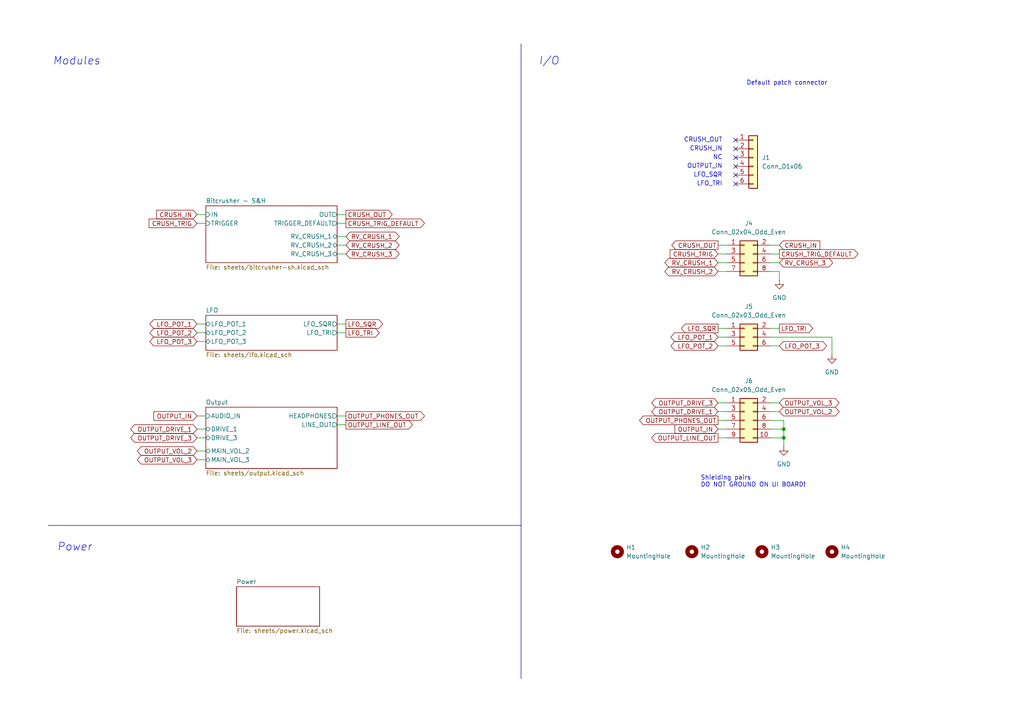
<source format=kicad_sch>
(kicad_sch (version 20250114) (generator "eeschema") (generator_version "9.0")
  (paper "A4")
  (title_block (title "Utils / Output") (date "2025-10-24") (rev "v0.2") (company "Shmøergh"))
  (lib_symbols
    (symbol "Connector_Generic:Conn_01x06" (pin_names (offset 1.016) (hide yes))
      (property "Reference" "J" (at 0 7.62 0))
      (property "Value" "Conn_01x06" (at 0 -10.16 0))
      (symbol "Conn_01x06_1_1"
        (rectangle (start -1.27 6.35) (end 1.27 -8.89) (stroke (width 0.254)) (fill (type background)))
        (rectangle (start -1.27 5.207) (end 0 4.953) (stroke (width 0.1524)))
        (rectangle (start -1.27 2.667) (end 0 2.413) (stroke (width 0.1524)))
        (rectangle (start -1.27 0.127) (end 0 -0.127) (stroke (width 0.1524)))
        (rectangle (start -1.27 -2.413) (end 0 -2.667) (stroke (width 0.1524)))
        (rectangle (start -1.27 -4.953) (end 0 -5.207) (stroke (width 0.1524)))
        (rectangle (start -1.27 -7.493) (end 0 -7.747) (stroke (width 0.1524)))
        (pin passive line (at -5.08 5.08 0) (length 3.81) (name "Pin_1") (number "1"))
        (pin passive line (at -5.08 2.54 0) (length 3.81) (name "Pin_2") (number "2"))
        (pin passive line (at -5.08 0 0) (length 3.81) (name "Pin_3") (number "3"))
        (pin passive line (at -5.08 -2.54 0) (length 3.81) (name "Pin_4") (number "4"))
        (pin passive line (at -5.08 -5.08 0) (length 3.81) (name "Pin_5") (number "5"))
        (pin passive line (at -5.08 -7.62 0) (length 3.81) (name "Pin_6") (number "6"))
      )
    )
    (symbol "Connector_Generic:Conn_02x03_Odd_Even" (pin_names (offset 1.016) (hide yes))
      (property "Reference" "J" (at 1.27 5.08 0))
      (property "Value" "Conn_02x03_Odd_Even" (at 1.27 -5.08 0))
      (symbol "Conn_02x03_Odd_Even_1_1"
        (rectangle (start -1.27 3.81) (end 3.81 -3.81) (stroke (width 0.254)) (fill (type background)))
        (rectangle (start -1.27 2.667) (end 0 2.413) (stroke (width 0.1524)))
        (rectangle (start -1.27 0.127) (end 0 -0.127) (stroke (width 0.1524)))
        (rectangle (start -1.27 -2.413) (end 0 -2.667) (stroke (width 0.1524)))
        (rectangle (start 3.81 2.667) (end 2.54 2.413) (stroke (width 0.1524)))
        (rectangle (start 3.81 0.127) (end 2.54 -0.127) (stroke (width 0.1524)))
        (rectangle (start 3.81 -2.413) (end 2.54 -2.667) (stroke (width 0.1524)))
        (pin passive line (at -5.08 2.54 0) (length 3.81) (name "Pin_1") (number "1"))
        (pin passive line (at -5.08 0 0) (length 3.81) (name "Pin_3") (number "3"))
        (pin passive line (at -5.08 -2.54 0) (length 3.81) (name "Pin_5") (number "5"))
        (pin passive line (at 7.62 2.54 180) (length 3.81) (name "Pin_2") (number "2"))
        (pin passive line (at 7.62 0 180) (length 3.81) (name "Pin_4") (number "4"))
        (pin passive line (at 7.62 -2.54 180) (length 3.81) (name "Pin_6") (number "6"))
      )
    )
    (symbol "Connector_Generic:Conn_02x04_Odd_Even" (pin_names (offset 1.016) (hide yes))
      (property "Reference" "J" (at 1.27 5.08 0))
      (property "Value" "Conn_02x04_Odd_Even" (at 1.27 -7.62 0))
      (symbol "Conn_02x04_Odd_Even_1_1"
        (rectangle (start -1.27 3.81) (end 3.81 -6.35) (stroke (width 0.254)) (fill (type background)))
        (rectangle (start -1.27 2.667) (end 0 2.413) (stroke (width 0.1524)))
        (rectangle (start -1.27 0.127) (end 0 -0.127) (stroke (width 0.1524)))
        (rectangle (start -1.27 -2.413) (end 0 -2.667) (stroke (width 0.1524)))
        (rectangle (start -1.27 -4.953) (end 0 -5.207) (stroke (width 0.1524)))
        (rectangle (start 3.81 2.667) (end 2.54 2.413) (stroke (width 0.1524)))
        (rectangle (start 3.81 0.127) (end 2.54 -0.127) (stroke (width 0.1524)))
        (rectangle (start 3.81 -2.413) (end 2.54 -2.667) (stroke (width 0.1524)))
        (rectangle (start 3.81 -4.953) (end 2.54 -5.207) (stroke (width 0.1524)))
        (pin passive line (at -5.08 2.54 0) (length 3.81) (name "Pin_1") (number "1"))
        (pin passive line (at -5.08 0 0) (length 3.81) (name "Pin_3") (number "3"))
        (pin passive line (at -5.08 -2.54 0) (length 3.81) (name "Pin_5") (number "5"))
        (pin passive line (at -5.08 -5.08 0) (length 3.81) (name "Pin_7") (number "7"))
        (pin passive line (at 7.62 2.54 180) (length 3.81) (name "Pin_2") (number "2"))
        (pin passive line (at 7.62 0 180) (length 3.81) (name "Pin_4") (number "4"))
        (pin passive line (at 7.62 -2.54 180) (length 3.81) (name "Pin_6") (number "6"))
        (pin passive line (at 7.62 -5.08 180) (length 3.81) (name "Pin_8") (number "8"))
      )
    )
    (symbol "Connector_Generic:Conn_02x05_Odd_Even" (pin_names (offset 1.016) (hide yes))
      (property "Reference" "J" (at 1.27 7.62 0))
      (property "Value" "Conn_02x05_Odd_Even" (at 1.27 -7.62 0))
      (symbol "Conn_02x05_Odd_Even_1_1"
        (rectangle (start -1.27 6.35) (end 3.81 -6.35) (stroke (width 0.254)) (fill (type background)))
        (rectangle (start -1.27 5.207) (end 0 4.953) (stroke (width 0.1524)))
        (rectangle (start -1.27 2.667) (end 0 2.413) (stroke (width 0.1524)))
        (rectangle (start -1.27 0.127) (end 0 -0.127) (stroke (width 0.1524)))
        (rectangle (start -1.27 -2.413) (end 0 -2.667) (stroke (width 0.1524)))
        (rectangle (start -1.27 -4.953) (end 0 -5.207) (stroke (width 0.1524)))
        (rectangle (start 3.81 5.207) (end 2.54 4.953) (stroke (width 0.1524)))
        (rectangle (start 3.81 2.667) (end 2.54 2.413) (stroke (width 0.1524)))
        (rectangle (start 3.81 0.127) (end 2.54 -0.127) (stroke (width 0.1524)))
        (rectangle (start 3.81 -2.413) (end 2.54 -2.667) (stroke (width 0.1524)))
        (rectangle (start 3.81 -4.953) (end 2.54 -5.207) (stroke (width 0.1524)))
        (pin passive line (at -5.08 5.08 0) (length 3.81) (name "Pin_1") (number "1"))
        (pin passive line (at -5.08 2.54 0) (length 3.81) (name "Pin_3") (number "3"))
        (pin passive line (at -5.08 0 0) (length 3.81) (name "Pin_5") (number "5"))
        (pin passive line (at -5.08 -2.54 0) (length 3.81) (name "Pin_7") (number "7"))
        (pin passive line (at -5.08 -5.08 0) (length 3.81) (name "Pin_9") (number "9"))
        (pin passive line (at 7.62 5.08 180) (length 3.81) (name "Pin_2") (number "2"))
        (pin passive line (at 7.62 2.54 180) (length 3.81) (name "Pin_4") (number "4"))
        (pin passive line (at 7.62 0 180) (length 3.81) (name "Pin_6") (number "6"))
        (pin passive line (at 7.62 -2.54 180) (length 3.81) (name "Pin_8") (number "8"))
        (pin passive line (at 7.62 -5.08 180) (length 3.81) (name "Pin_10") (number "10"))
      )
    )
    (symbol "Mechanical:MountingHole" (pin_names (offset 1.016)) (in_bom no)
      (property "Reference" "H" (at 0 5.08 0))
      (property "Value" "MountingHole" (at 0 3.175 0))
      (symbol "MountingHole_0_1"
        (circle (center 0 0) (radius 1.27) (stroke (width 1.27)))
      )
    )
    (symbol "power:GND" (power) (pin_numbers (hide yes)) (pin_names (offset 0) (hide yes))
      (property "Value" "GND" (at 0 -3.81 0))
      (symbol "GND_0_1"
        (polyline (pts (xy 0 0) (xy 0 -1.27) (xy 1.27 -1.27) (xy 0 -2.54) (xy -1.27 -1.27) (xy 0 -1.27)))
      )
      (symbol "GND_1_1"
        (pin power_in line (at 0 0 270) (length 0) (name "~") (number "1"))
      )
    )
  )
  (text "Power" (at 16.51 158.75 0) (effects (font (size 2.27 2.27) (italic yes)) (justify left)))
  (text "NC" (at 209.55 45.72 0) (effects (font (size 1.27 1.27)) (justify right)))
  (text "LFO_TRI" (at 209.55 53.34 0) (effects (font (size 1.27 1.27)) (justify right)))
  (text "CRUSH_OUT" (at 209.55 40.64 0) (effects (font (size 1.27 1.27)) (justify right)))
  (text "Shielding pairs\nDO NOT GROUND ON UI BOARD!" (at 203.2 139.7 0) (effects (font (size 1.27 1.27)) (justify left)))
  (text "Default patch connector" (at 240.03 24.13 0) (effects (font (size 1.27 1.27)) (justify right)))
  (text "LFO_SQR" (at 209.55 50.8 0) (effects (font (size 1.27 1.27)) (justify right)))
  (text "Modules" (at 15.24 17.78 0) (effects (font (size 2.27 2.27) (italic yes)) (justify left)))
  (text "CRUSH_IN" (at 209.55 43.18 0) (effects (font (size 1.27 1.27)) (justify right)))
  (text "I/O" (at 156.21 17.78 0) (effects (font (size 2.27 2.27) (italic yes)) (justify left)))
  (text "OUTPUT_IN" (at 209.55 48.26 0) (effects (font (size 1.27 1.27)) (justify right)))
  (junction (at 227.33 124.46))
  (junction (at 227.33 127))
  (no_connect (at 213.36 48.26))
  (no_connect (at 213.36 53.34))
  (no_connect (at 213.36 40.64))
  (no_connect (at 213.36 43.18))
  (no_connect (at 213.36 50.8))
  (no_connect (at 213.36 45.72))
  (wire (pts (xy 57.15 127) (xy 59.69 127)))
  (wire (pts (xy 100.33 120.65) (xy 97.79 120.65)))
  (wire (pts (xy 208.28 119.38) (xy 210.82 119.38)))
  (wire (pts (xy 223.52 73.66) (xy 226.06 73.66)))
  (wire (pts (xy 208.28 73.66) (xy 210.82 73.66)))
  (wire (pts (xy 97.79 71.12) (xy 100.33 71.12)))
  (wire (pts (xy 223.52 121.92) (xy 227.33 121.92)))
  (wire (pts (xy 57.15 99.06) (xy 59.69 99.06)))
  (wire (pts (xy 241.3 97.79) (xy 241.3 102.87)))
  (wire (pts (xy 208.28 71.12) (xy 210.82 71.12)))
  (wire (pts (xy 57.15 130.81) (xy 59.69 130.81)))
  (wire (pts (xy 100.33 62.23) (xy 97.79 62.23)))
  (wire (pts (xy 223.52 124.46) (xy 227.33 124.46)))
  (wire (pts (xy 208.28 97.79) (xy 210.82 97.79)))
  (wire (pts (xy 223.52 76.2) (xy 226.06 76.2)))
  (wire (pts (xy 226.06 81.28) (xy 226.06 78.74)))
  (wire (pts (xy 226.06 71.12) (xy 223.52 71.12)))
  (wire (pts (xy 57.15 124.46) (xy 59.69 124.46)))
  (wire (pts (xy 208.28 121.92) (xy 210.82 121.92)))
  (wire (pts (xy 226.06 95.25) (xy 223.52 95.25)))
  (wire (pts (xy 208.28 116.84) (xy 210.82 116.84)))
  (wire (pts (xy 57.15 64.77) (xy 59.69 64.77)))
  (wire (pts (xy 226.06 100.33) (xy 223.52 100.33)))
  (wire (pts (xy 208.28 95.25) (xy 210.82 95.25)))
  (wire (pts (xy 57.15 62.23) (xy 59.69 62.23)))
  (wire (pts (xy 208.28 124.46) (xy 210.82 124.46)))
  (wire (pts (xy 97.79 93.98) (xy 100.33 93.98)))
  (wire (pts (xy 226.06 116.84) (xy 223.52 116.84)))
  (wire (pts (xy 97.79 96.52) (xy 100.33 96.52)))
  (wire (pts (xy 100.33 68.58) (xy 97.79 68.58)))
  (polyline (pts (xy 151.13 12.7) (xy 151.13 196.85)))
  (wire (pts (xy 57.15 93.98) (xy 59.69 93.98)))
  (wire (pts (xy 226.06 78.74) (xy 223.52 78.74)))
  (wire (pts (xy 208.28 100.33) (xy 210.82 100.33)))
  (wire (pts (xy 226.06 119.38) (xy 223.52 119.38)))
  (wire (pts (xy 100.33 123.19) (xy 97.79 123.19)))
  (wire (pts (xy 227.33 121.92) (xy 227.33 124.46)))
  (wire (pts (xy 208.28 76.2) (xy 210.82 76.2)))
  (wire (pts (xy 223.52 127) (xy 227.33 127)))
  (wire (pts (xy 97.79 64.77) (xy 100.33 64.77)))
  (wire (pts (xy 210.82 78.74) (xy 208.28 78.74)))
  (wire (pts (xy 97.79 73.66) (xy 100.33 73.66)))
  (wire (pts (xy 227.33 124.46) (xy 227.33 127)))
  (wire (pts (xy 208.28 127) (xy 210.82 127)))
  (polyline (pts (xy 13.97 152.4) (xy 151.13 152.4)))
  (wire (pts (xy 223.52 97.79) (xy 241.3 97.79)))
  (wire (pts (xy 57.15 133.35) (xy 59.69 133.35)))
  (wire (pts (xy 57.15 96.52) (xy 59.69 96.52)))
  (wire (pts (xy 227.33 127) (xy 227.33 129.54)))
  (wire (pts (xy 57.15 120.65) (xy 59.69 120.65)))
  (global_label "OUTPUT_PHONES_OUT" (shape output) (at 100.33 120.65 0) (property "Intersheetrefs" "${INTERSHEET_REFS}" (effects (hide yes))))
  (global_label "RV_CRUSH_2" (shape bidirectional) (at 208.28 78.74 180) (property "Intersheetrefs" "${INTERSHEET_REFS}" (effects (hide yes))))
  (global_label "OUTPUT_PHONES_OUT" (shape output) (at 208.28 121.92 180) (property "Intersheetrefs" "${INTERSHEET_REFS}" (effects (hide yes))))
  (global_label "RV_CRUSH_3" (shape bidirectional) (at 100.33 73.66 0) (property "Intersheetrefs" "${INTERSHEET_REFS}" (effects (hide yes))))
  (global_label "LFO_POT_2" (shape bidirectional) (at 57.15 96.52 180) (property "Intersheetrefs" "${INTERSHEET_REFS}" (effects (hide yes))))
  (global_label "CRUSH_IN" (shape input) (at 57.15 62.23 180) (property "Intersheetrefs" "${INTERSHEET_REFS}" (effects (hide yes))))
  (global_label "RV_CRUSH_1" (shape bidirectional) (at 208.28 76.2 180) (property "Intersheetrefs" "${INTERSHEET_REFS}" (effects (hide yes))))
  (global_label "LFO_POT_2" (shape bidirectional) (at 208.28 100.33 180) (property "Intersheetrefs" "${INTERSHEET_REFS}" (effects (hide yes))))
  (global_label "CRUSH_IN" (shape input) (at 226.06 71.12 0) (property "Intersheetrefs" "${INTERSHEET_REFS}" (effects (hide yes))))
  (global_label "LFO_TRI" (shape output) (at 100.33 96.52 0) (property "Intersheetrefs" "${INTERSHEET_REFS}" (effects (hide yes))))
  (global_label "CRUSH_TRIG_DEFAULT" (shape output) (at 226.06 73.66 0) (property "Intersheetrefs" "${INTERSHEET_REFS}" (effects (hide yes))))
  (global_label "RV_CRUSH_3" (shape bidirectional) (at 226.06 76.2 0) (property "Intersheetrefs" "${INTERSHEET_REFS}" (effects (hide yes))))
  (global_label "LFO_SQR" (shape output) (at 208.28 95.25 180) (property "Intersheetrefs" "${INTERSHEET_REFS}" (effects (hide yes))))
  (global_label "OUTPUT_DRIVE_3" (shape bidirectional) (at 57.15 127 180) (property "Intersheetrefs" "${INTERSHEET_REFS}" (effects (hide yes))))
  (global_label "LFO_POT_1" (shape bidirectional) (at 208.28 97.79 180) (property "Intersheetrefs" "${INTERSHEET_REFS}" (effects (hide yes))))
  (global_label "OUTPUT_VOL_2" (shape bidirectional) (at 57.15 130.81 180) (property "Intersheetrefs" "${INTERSHEET_REFS}" (effects (hide yes))))
  (global_label "LFO_POT_1" (shape bidirectional) (at 57.15 93.98 180) (property "Intersheetrefs" "${INTERSHEET_REFS}" (effects (hide yes))))
  (global_label "OUTPUT_VOL_3" (shape bidirectional) (at 226.06 116.84 0) (property "Intersheetrefs" "${INTERSHEET_REFS}" (effects (hide yes))))
  (global_label "CRUSH_TRIG" (shape input) (at 208.28 73.66 180) (property "Intersheetrefs" "${INTERSHEET_REFS}" (effects (hide yes))))
  (global_label "OUTPUT_LINE_OUT" (shape output) (at 208.28 127 180) (property "Intersheetrefs" "${INTERSHEET_REFS}" (effects (hide yes))))
  (global_label "RV_CRUSH_1" (shape bidirectional) (at 100.33 68.58 0) (property "Intersheetrefs" "${INTERSHEET_REFS}" (effects (hide yes))))
  (global_label "OUTPUT_VOL_2" (shape bidirectional) (at 226.06 119.38 0) (property "Intersheetrefs" "${INTERSHEET_REFS}" (effects (hide yes))))
  (global_label "CRUSH_OUT" (shape output) (at 100.33 62.23 0) (property "Intersheetrefs" "${INTERSHEET_REFS}" (effects (hide yes))))
  (global_label "LFO_TRI" (shape output) (at 226.06 95.25 0) (property "Intersheetrefs" "${INTERSHEET_REFS}" (effects (hide yes))))
  (global_label "OUTPUT_IN" (shape input) (at 57.15 120.65 180) (property "Intersheetrefs" "${INTERSHEET_REFS}" (effects (hide yes))))
  (global_label "LFO_POT_3" (shape bidirectional) (at 57.15 99.06 180) (property "Intersheetrefs" "${INTERSHEET_REFS}" (effects (hide yes))))
  (global_label "CRUSH_OUT" (shape output) (at 208.28 71.12 180) (property "Intersheetrefs" "${INTERSHEET_REFS}" (effects (hide yes))))
  (global_label "LFO_POT_3" (shape bidirectional) (at 226.06 100.33 0) (property "Intersheetrefs" "${INTERSHEET_REFS}" (effects (hide yes))))
  (global_label "OUTPUT_LINE_OUT" (shape output) (at 100.33 123.19 0) (property "Intersheetrefs" "${INTERSHEET_REFS}" (effects (hide yes))))
  (global_label "OUTPUT_VOL_3" (shape bidirectional) (at 57.15 133.35 180) (property "Intersheetrefs" "${INTERSHEET_REFS}" (effects (hide yes))))
  (global_label "OUTPUT_DRIVE_1" (shape bidirectional) (at 208.28 119.38 180) (property "Intersheetrefs" "${INTERSHEET_REFS}" (effects (hide yes))))
  (global_label "RV_CRUSH_2" (shape bidirectional) (at 100.33 71.12 0) (property "Intersheetrefs" "${INTERSHEET_REFS}" (effects (hide yes))))
  (global_label "OUTPUT_IN" (shape input) (at 208.28 124.46 180) (property "Intersheetrefs" "${INTERSHEET_REFS}" (effects (hide yes))))
  (global_label "OUTPUT_DRIVE_3" (shape bidirectional) (at 208.28 116.84 180) (property "Intersheetrefs" "${INTERSHEET_REFS}" (effects (hide yes))))
  (global_label "OUTPUT_DRIVE_1" (shape bidirectional) (at 57.15 124.46 180) (property "Intersheetrefs" "${INTERSHEET_REFS}" (effects (hide yes))))
  (global_label "LFO_SQR" (shape output) (at 100.33 93.98 0) (property "Intersheetrefs" "${INTERSHEET_REFS}" (effects (hide yes))))
  (global_label "CRUSH_TRIG_DEFAULT" (shape output) (at 100.33 64.77 0) (property "Intersheetrefs" "${INTERSHEET_REFS}" (effects (hide yes))))
  (global_label "CRUSH_TRIG" (shape input) (at 57.15 64.77 180) (property "Intersheetrefs" "${INTERSHEET_REFS}" (effects (hide yes))))
  (symbol (lib_id "Connector_Generic:Conn_02x03_Odd_Even") (at 215.9 97.79 0) (unit 1)
    (property "Reference" "J5" (at 217.17 88.9 0))
    (property "Value" "Conn_02x03_Odd_Even" (at 217.17 91.44 0))
    (property "Footprint" "Connector_PinHeader_2.54mm:PinHeader_2x03_P2.54mm_Vertical" (effects (hide yes)))
    (property "Description" "Generic connector, double row, 02x03, odd/even pin numbering scheme (row 1 odd numbers, row 2 even numbers), script generated (kicad-library-utils/schlib/autogen/connector/)" (effects (hide yes)))
  )
  (symbol (lib_id "power:GND") (at 241.3 102.87 0) (unit 1)
    (property "Reference" "#PWR040" (effects (hide yes)))
    (property "Value" "GND" (at 241.3 107.95 0))
    (property "Description" "Power symbol creates a global label with name \"GND\" , ground" (effects (hide yes)))
  )
  (symbol (lib_id "Mechanical:MountingHole") (at 200.66 160.02 0) (unit 1) (in_bom no)
    (property "Reference" "H2" (at 203.2 158.7499 0) (effects (justify left)))
    (property "Value" "MountingHole" (at 203.2 161.2899 0) (effects (justify left)))
    (property "Footprint" "MountingHole:MountingHole_3.2mm_M3_DIN965_Pad" (effects (hide yes)))
    (property "Description" "Mounting Hole without connection" (effects (hide yes)))
    (property "Vendor" "-" (effects (hide yes)))
    (property "CHECKED" "YES" (effects (hide yes)))
  )
  (symbol (lib_id "Mechanical:MountingHole") (at 179.07 160.02 0) (unit 1) (in_bom no)
    (property "Reference" "H1" (at 181.61 158.7499 0) (effects (justify left)))
    (property "Value" "MountingHole" (at 181.61 161.2899 0) (effects (justify left)))
    (property "Footprint" "MountingHole:MountingHole_3.2mm_M3_DIN965_Pad" (effects (hide yes)))
    (property "Description" "Mounting Hole without connection" (effects (hide yes)))
    (property "Vendor" "-" (effects (hide yes)))
    (property "CHECKED" "YES" (effects (hide yes)))
  )
  (symbol (lib_id "Connector_Generic:Conn_01x06") (at 218.44 45.72 0) (unit 1)
    (property "Reference" "J1" (at 220.98 45.7199 0) (effects (justify left)))
    (property "Value" "Conn_01x06" (at 220.98 48.2599 0) (effects (justify left)))
    (property "Footprint" "Connector_PinHeader_2.54mm:PinHeader_1x06_P2.54mm_Vertical" (effects (hide yes)))
    (property "Description" "Generic connector, single row, 01x06, script generated (kicad-library-utils/schlib/autogen/connector/)" (effects (hide yes)))
  )
  (symbol (lib_id "Connector_Generic:Conn_02x05_Odd_Even") (at 215.9 121.92 0) (unit 1)
    (property "Reference" "J6" (at 217.17 110.49 0))
    (property "Value" "Conn_02x05_Odd_Even" (at 217.17 113.03 0))
    (property "Footprint" "Connector_PinHeader_2.54mm:PinHeader_2x05_P2.54mm_Vertical" (effects (hide yes)))
    (property "Description" "Generic connector, double row, 02x05, odd/even pin numbering scheme (row 1 odd numbers, row 2 even numbers), script generated (kicad-library-utils/schlib/autogen/connector/)" (effects (hide yes)))
    (property "CHECKED" "YES" (effects (hide yes)))
  )
  (symbol (lib_id "power:GND") (at 226.06 81.28 0) (unit 1)
    (property "Reference" "#PWR041" (effects (hide yes)))
    (property "Value" "GND" (at 226.06 86.36 0))
    (property "Description" "Power symbol creates a global label with name \"GND\" , ground" (effects (hide yes)))
  )
  (symbol (lib_id "Connector_Generic:Conn_02x04_Odd_Even") (at 215.9 73.66 0) (unit 1)
    (property "Reference" "J4" (at 217.17 64.77 0))
    (property "Value" "Conn_02x04_Odd_Even" (at 217.17 67.31 0))
    (property "Footprint" "Connector_PinHeader_2.54mm:PinHeader_2x04_P2.54mm_Vertical" (effects (hide yes)))
    (property "Description" "Generic connector, double row, 02x04, odd/even pin numbering scheme (row 1 odd numbers, row 2 even numbers), script generated (kicad-library-utils/schlib/autogen/connector/)" (effects (hide yes)))
    (property "CHECKED" "YES" (effects (hide yes)))
  )
  (symbol (lib_id "Mechanical:MountingHole") (at 220.98 160.02 0) (unit 1) (in_bom no)
    (property "Reference" "H3" (at 223.52 158.7499 0) (effects (justify left)))
    (property "Value" "MountingHole" (at 223.52 161.2899 0) (effects (justify left)))
    (property "Footprint" "MountingHole:MountingHole_3.2mm_M3_DIN965_Pad" (effects (hide yes)))
    (property "Description" "Mounting Hole without connection" (effects (hide yes)))
    (property "Vendor" "-" (effects (hide yes)))
    (property "CHECKED" "YES" (effects (hide yes)))
  )
  (symbol (lib_id "power:GND") (at 227.33 129.54 0) (unit 1)
    (property "Reference" "#PWR039" (effects (hide yes)))
    (property "Value" "GND" (at 227.33 134.62 0))
    (property "Description" "Power symbol creates a global label with name \"GND\" , ground" (effects (hide yes)))
  )
  (symbol (lib_id "Mechanical:MountingHole") (at 241.3 160.02 0) (unit 1) (in_bom no)
    (property "Reference" "H4" (at 243.84 158.7499 0) (effects (justify left)))
    (property "Value" "MountingHole" (at 243.84 161.2899 0) (effects (justify left)))
    (property "Footprint" "MountingHole:MountingHole_3.2mm_M3_DIN965_Pad" (effects (hide yes)))
    (property "Description" "Mounting Hole without connection" (effects (hide yes)))
    (property "Vendor" "-" (effects (hide yes)))
    (property "CHECKED" "YES" (effects (hide yes)))
  )
  (sheet (at 59.69 91.44) (size 38.1 10.16) (stroke (width 0.1524))
    (property "Sheetname" "LFO" (at 59.69 90.7284 0) (effects (justify left bottom)))
    (property "Sheetfile" "sheets/lfo.kicad_sch" (at 59.69 102.1846 0) (effects (justify left top)))
    (pin "LFO_POT_1" bidirectional (at 59.69 93.98 180))
    (pin "LFO_POT_2" bidirectional (at 59.69 96.52 180))
    (pin "LFO_SQR" output (at 97.79 93.98 0))
    (pin "LFO_TRI" output (at 97.79 96.52 0))
    (pin "LFO_POT_3" bidirectional (at 59.69 99.06 180))
  )
  (sheet (at 59.69 118.11) (size 38.1 17.78) (stroke (width 0.1524))
    (property "Sheetname" "Output" (at 59.69 117.3984 0) (effects (justify left bottom)))
    (property "Sheetfile" "sheets/output.kicad_sch" (at 59.69 136.4746 0) (effects (justify left top)))
    (pin "AUDIO_IN" input (at 59.69 120.65 180))
    (pin "DRIVE_1" bidirectional (at 59.69 124.46 180))
    (pin "HEADPHONES" output (at 97.79 120.65 0))
    (pin "LINE_OUT" output (at 97.79 123.19 0))
    (pin "MAIN_VOL_2" bidirectional (at 59.69 130.81 180))
    (pin "DRIVE_3" bidirectional (at 59.69 127 180))
    (pin "MAIN_VOL_3" bidirectional (at 59.69 133.35 180))
  )
  (sheet (at 68.58 170.18) (size 24.13 11.43) (stroke (width 0.1524))
    (property "Sheetname" "Power" (at 68.58 169.4684 0) (effects (justify left bottom)))
    (property "Sheetfile" "sheets/power.kicad_sch" (at 68.58 182.1946 0) (effects (justify left top)))
  )
  (sheet (at 59.69 59.69) (size 38.1 16.51) (stroke (width 0.1524))
    (property "Sheetname" "Bitcrusher - S&H" (at 59.69 58.9784 0) (effects (justify left bottom)))
    (property "Sheetfile" "sheets/bitcrusher-sh.kicad_sch" (at 59.69 76.7846 0) (effects (justify left top)))
    (pin "IN" input (at 59.69 62.23 180))
    (pin "OUT" output (at 97.79 62.23 0))
    (pin "TRIGGER" input (at 59.69 64.77 180))
    (pin "TRIGGER_DEFAULT" output (at 97.79 64.77 0))
    (pin "RV_CRUSH_1" bidirectional (at 97.79 68.58 0))
    (pin "RV_CRUSH_2" bidirectional (at 97.79 71.12 0))
    (pin "RV_CRUSH_3" bidirectional (at 97.79 73.66 0))
  )
)
</source>
